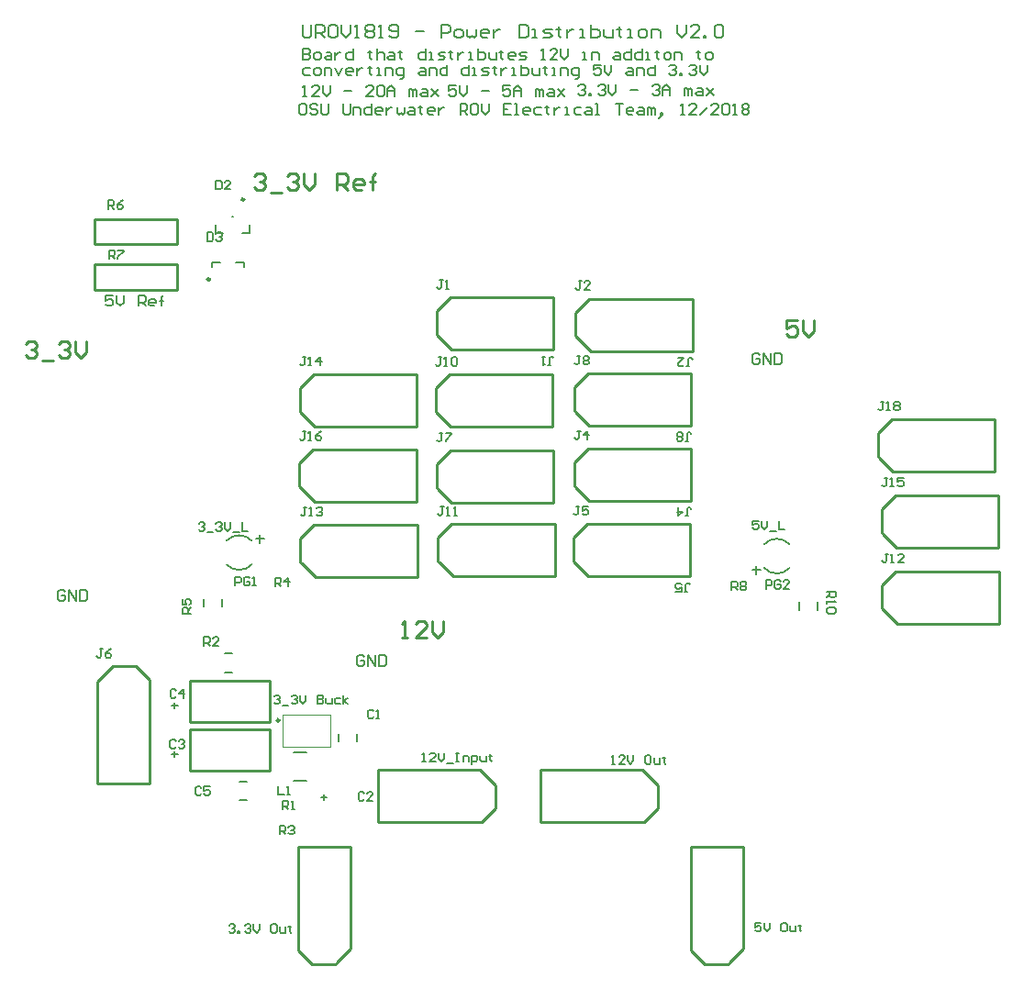
<source format=gto>
G04 Layer_Color=15132400*
%FSLAX24Y24*%
%MOIN*%
G70*
G01*
G75*
%ADD24C,0.0100*%
%ADD27C,0.0079*%
%ADD29C,0.0098*%
%ADD53C,0.0059*%
%ADD54C,0.0039*%
%ADD55C,0.0055*%
%ADD56C,0.0063*%
D24*
X16479Y31102D02*
G03*
X16479Y31102I-50J0D01*
G01*
X30215Y27896D02*
Y28746D01*
X30165Y28796D02*
X30215Y28746D01*
X29665Y29296D02*
X30165Y28796D01*
X27215Y29296D02*
X29665D01*
X29715Y27396D02*
X30215Y27896D01*
X29165Y27396D02*
X29715D01*
X25965Y28346D02*
Y29296D01*
X27215D01*
X25965Y27396D02*
X29165D01*
X25965D02*
Y28296D01*
X27165Y27396D02*
X27315D01*
X25965Y28296D02*
Y28346D01*
X24310Y27896D02*
Y28746D01*
X24260Y28796D02*
X24310Y28746D01*
X23760Y29296D02*
X24260Y28796D01*
X21310Y29296D02*
X23760D01*
X23810Y27396D02*
X24310Y27896D01*
X23260Y27396D02*
X23810D01*
X20060Y28346D02*
Y29296D01*
X21310D01*
X20060Y27396D02*
X23260D01*
X20060D02*
Y28296D01*
X21260Y27396D02*
X21410D01*
X20060Y28296D02*
Y28346D01*
X13230Y32541D02*
X16100D01*
X13230Y31041D02*
Y32541D01*
Y31041D02*
X16100D01*
X16130D02*
Y32541D01*
X13230Y30770D02*
X16100D01*
X13230Y29270D02*
Y30770D01*
Y29270D02*
X16100D01*
X16130D02*
Y30770D01*
X17660Y22245D02*
X18510D01*
X18560Y22295D01*
X19060Y22795D01*
Y25245D01*
X17160Y22745D02*
X17660Y22245D01*
X17160Y22745D02*
Y23295D01*
X18110Y26495D02*
X19060D01*
Y25245D02*
Y26495D01*
X17160Y23295D02*
Y26495D01*
X18060D01*
X17160Y25145D02*
Y25295D01*
X18060Y26495D02*
X18110D01*
X31932Y22245D02*
X32782D01*
X32832Y22295D01*
X33332Y22795D01*
Y25245D01*
X31432Y22745D02*
X31932Y22245D01*
X31432Y22745D02*
Y23295D01*
X32382Y26495D02*
X33332D01*
Y25245D02*
Y26495D01*
X31432Y23295D02*
Y26495D01*
X32332D01*
X31432Y25145D02*
Y25295D01*
X32332Y26495D02*
X32382D01*
X27226Y45072D02*
Y45922D01*
Y45072D02*
X27276Y45022D01*
X27776Y44522D01*
X30226D01*
X27226Y45922D02*
X27726Y46422D01*
X28276D01*
X31476Y44522D02*
Y45472D01*
X30226Y44522D02*
X31476D01*
X28276Y46422D02*
X31476D01*
Y45522D02*
Y46422D01*
X30126D02*
X30276D01*
X31476Y45472D02*
Y45522D01*
X22186Y45112D02*
Y45962D01*
Y45112D02*
X22236Y45062D01*
X22736Y44562D01*
X25186D01*
X22186Y45962D02*
X22686Y46462D01*
X23236D01*
X26436Y44562D02*
Y45512D01*
X25186Y44562D02*
X26436D01*
X23236Y46462D02*
X26436D01*
Y45562D02*
Y46462D01*
X25086D02*
X25236D01*
X26436Y45512D02*
Y45562D01*
X10417Y33070D02*
X11267D01*
X10367Y33020D02*
X10417Y33070D01*
X9867Y32520D02*
X10367Y33020D01*
X9867Y30070D02*
Y32520D01*
X11267Y33070D02*
X11767Y32570D01*
Y32020D02*
Y32570D01*
X9867Y28820D02*
X10817D01*
X9867D02*
Y30070D01*
X11767Y28820D02*
Y32020D01*
X10867Y28820D02*
X11767D01*
Y30020D02*
Y30170D01*
X10817Y28820D02*
X10867D01*
X27147Y36883D02*
Y37733D01*
Y36883D02*
X27197Y36833D01*
X27697Y36333D01*
X30147D01*
X27147Y37733D02*
X27647Y38233D01*
X28197D01*
X31397Y36333D02*
Y37283D01*
X30147Y36333D02*
X31397D01*
X28197Y38233D02*
X31397D01*
Y37333D02*
Y38233D01*
X30047D02*
X30197D01*
X31397Y37283D02*
Y37333D01*
X27186Y39639D02*
Y40489D01*
Y39639D02*
X27236Y39589D01*
X27736Y39089D01*
X30186D01*
X27186Y40489D02*
X27686Y40989D01*
X28236D01*
X31436Y39089D02*
Y40039D01*
X30186Y39089D02*
X31436D01*
X28236Y40989D02*
X31436D01*
Y40089D02*
Y40989D01*
X30086D02*
X30236D01*
X31436Y40039D02*
Y40089D01*
X27186Y42356D02*
Y43206D01*
Y42356D02*
X27236Y42306D01*
X27736Y41806D01*
X30186D01*
X27186Y43206D02*
X27686Y43706D01*
X28236D01*
X31436Y41806D02*
Y42756D01*
X30186Y41806D02*
X31436D01*
X28236Y43706D02*
X31436D01*
Y42806D02*
Y43706D01*
X30086D02*
X30236D01*
X31436Y42756D02*
Y42806D01*
X22186Y39561D02*
Y40411D01*
Y39561D02*
X22236Y39511D01*
X22736Y39011D01*
X25186D01*
X22186Y40411D02*
X22686Y40911D01*
X23236D01*
X26436Y39011D02*
Y39961D01*
X25186Y39011D02*
X26436D01*
X23236Y40911D02*
X26436D01*
Y40011D02*
Y40911D01*
X25086D02*
X25236D01*
X26436Y39961D02*
Y40011D01*
X22226Y36883D02*
Y37733D01*
Y36883D02*
X22276Y36833D01*
X22776Y36333D01*
X25226D01*
X22226Y37733D02*
X22726Y38233D01*
X23276D01*
X26476Y36333D02*
Y37283D01*
X25226Y36333D02*
X26476D01*
X23276Y38233D02*
X26476D01*
Y37333D02*
Y38233D01*
X25126D02*
X25276D01*
X26476Y37283D02*
Y37333D01*
X22147Y42317D02*
Y43167D01*
Y42317D02*
X22197Y42267D01*
X22697Y41767D01*
X25147D01*
X22147Y43167D02*
X22647Y43667D01*
X23197D01*
X26397Y41767D02*
Y42717D01*
X25147Y41767D02*
X26397D01*
X23197Y43667D02*
X26397D01*
Y42767D02*
Y43667D01*
X25047D02*
X25197D01*
X26397Y42717D02*
Y42767D01*
X17216Y42317D02*
Y43167D01*
Y42317D02*
X17266Y42267D01*
X17766Y41767D01*
X20216D01*
X17216Y43167D02*
X17716Y43667D01*
X18266D01*
X21466Y41767D02*
Y42717D01*
X20216Y41767D02*
X21466D01*
X18266Y43667D02*
X21466D01*
Y42767D02*
Y43667D01*
X20116D02*
X20266D01*
X21466Y42717D02*
Y42767D01*
X17235Y36854D02*
Y37704D01*
Y36854D02*
X17285Y36804D01*
X17785Y36304D01*
X20235D01*
X17235Y37704D02*
X17735Y38204D01*
X18285D01*
X21485Y36304D02*
Y37254D01*
X20235Y36304D02*
X21485D01*
X18285Y38204D02*
X21485D01*
Y37304D02*
Y38204D01*
X20135D02*
X20285D01*
X21485Y37254D02*
Y37304D01*
X17206Y39600D02*
Y40450D01*
Y39600D02*
X17256Y39550D01*
X17756Y39050D01*
X20206D01*
X17206Y40450D02*
X17706Y40950D01*
X18256D01*
X21456Y39050D02*
Y40000D01*
X20206Y39050D02*
X21456D01*
X18256Y40950D02*
X21456D01*
Y40050D02*
Y40950D01*
X20106D02*
X20256D01*
X21456Y40000D02*
Y40050D01*
X38357Y35171D02*
Y36021D01*
Y35171D02*
X38407Y35121D01*
X38907Y34621D01*
X41357D01*
X38357Y36021D02*
X38857Y36521D01*
X39407D01*
X42607Y34621D02*
Y35571D01*
X41357Y34621D02*
X42607D01*
X39407Y36521D02*
X42607D01*
Y35621D02*
Y36521D01*
X41257D02*
X41407D01*
X42607Y35571D02*
Y35621D01*
X38348Y37927D02*
Y38777D01*
Y37927D02*
X38398Y37877D01*
X38898Y37377D01*
X41348D01*
X38348Y38777D02*
X38848Y39277D01*
X39398D01*
X42598Y37377D02*
Y38327D01*
X41348Y37377D02*
X42598D01*
X39398Y39277D02*
X42598D01*
Y38377D02*
Y39277D01*
X41248D02*
X41398D01*
X42598Y38327D02*
Y38377D01*
X38220Y40693D02*
Y41543D01*
Y40693D02*
X38270Y40643D01*
X38770Y40143D01*
X41220D01*
X38220Y41543D02*
X38720Y42043D01*
X39270D01*
X42470Y40143D02*
Y41093D01*
X41220Y40143D02*
X42470D01*
X39270Y42043D02*
X42470D01*
Y41143D02*
Y42043D01*
X41120D02*
X41270D01*
X42470Y41093D02*
Y41143D01*
X9770Y48398D02*
X12770D01*
X9770D02*
Y49321D01*
X12770D01*
Y48398D02*
Y49321D01*
Y46745D02*
Y47667D01*
X9770D02*
X12770D01*
X9770Y46745D02*
Y47667D01*
Y46745D02*
X12770D01*
X7260Y44769D02*
X7359Y44869D01*
X7559D01*
X7659Y44769D01*
Y44669D01*
X7559Y44569D01*
X7459D01*
X7559D01*
X7659Y44469D01*
Y44369D01*
X7559Y44269D01*
X7359D01*
X7260Y44369D01*
X7859Y44169D02*
X8259D01*
X8459Y44769D02*
X8559Y44869D01*
X8759D01*
X8859Y44769D01*
Y44669D01*
X8759Y44569D01*
X8659D01*
X8759D01*
X8859Y44469D01*
Y44369D01*
X8759Y44269D01*
X8559D01*
X8459Y44369D01*
X9059Y44869D02*
Y44469D01*
X9259Y44269D01*
X9459Y44469D01*
Y44869D01*
X15567Y50878D02*
X15667Y50978D01*
X15867D01*
X15967Y50878D01*
Y50778D01*
X15867Y50678D01*
X15767D01*
X15867D01*
X15967Y50578D01*
Y50478D01*
X15867Y50378D01*
X15667D01*
X15567Y50478D01*
X16167Y50278D02*
X16567D01*
X16767Y50878D02*
X16867Y50978D01*
X17067D01*
X17167Y50878D01*
Y50778D01*
X17067Y50678D01*
X16967D01*
X17067D01*
X17167Y50578D01*
Y50478D01*
X17067Y50378D01*
X16867D01*
X16767Y50478D01*
X17367Y50978D02*
Y50578D01*
X17567Y50378D01*
X17766Y50578D01*
Y50978D01*
X18566Y50378D02*
Y50978D01*
X18866D01*
X18966Y50878D01*
Y50678D01*
X18866Y50578D01*
X18566D01*
X18766D02*
X18966Y50378D01*
X19466D02*
X19266D01*
X19166Y50478D01*
Y50678D01*
X19266Y50778D01*
X19466D01*
X19566Y50678D01*
Y50578D01*
X19166D01*
X19866Y50378D02*
Y50878D01*
Y50678D01*
X19766D01*
X19966D01*
X19866D01*
Y50878D01*
X19966Y50978D01*
X35278Y45645D02*
X34879D01*
Y45345D01*
X35079Y45445D01*
X35178D01*
X35278Y45345D01*
Y45145D01*
X35178Y45045D01*
X34979D01*
X34879Y45145D01*
X35478Y45645D02*
Y45245D01*
X35678Y45045D01*
X35878Y45245D01*
Y45645D01*
X20917Y34104D02*
X21117D01*
X21017D01*
Y34704D01*
X20917Y34604D01*
X21817Y34104D02*
X21417D01*
X21817Y34504D01*
Y34604D01*
X21717Y34704D01*
X21517D01*
X21417Y34604D01*
X22017Y34704D02*
Y34304D01*
X22217Y34104D01*
X22416Y34304D01*
Y34704D01*
D27*
X14478Y33524D02*
X14754D01*
X14478Y32854D02*
X14754D01*
X18632Y30344D02*
Y30620D01*
X19301Y30344D02*
Y30620D01*
X15020Y28209D02*
X15295D01*
X15020Y28878D02*
X15295D01*
X36014Y35118D02*
Y35394D01*
X35344Y35118D02*
Y35394D01*
X14380Y35236D02*
Y35512D01*
X13711Y35236D02*
Y35512D01*
X14016Y47589D02*
Y47746D01*
X14331D01*
X15197Y47589D02*
Y47746D01*
X14882D02*
X15197D01*
X15128Y48809D02*
X15388D01*
Y49104D01*
X14159Y48809D02*
Y49104D01*
X14754Y49400D02*
X14793D01*
X14159Y48809D02*
X14419D01*
X16988Y29941D02*
X17461D01*
X16988Y28917D02*
X17461D01*
X17323Y56378D02*
Y55984D01*
X17402Y55906D01*
X17559D01*
X17638Y55984D01*
Y56378D01*
X17795Y55906D02*
Y56378D01*
X18031D01*
X18110Y56299D01*
Y56142D01*
X18031Y56063D01*
X17795D01*
X17953D02*
X18110Y55906D01*
X18504Y56378D02*
X18346D01*
X18267Y56299D01*
Y55984D01*
X18346Y55906D01*
X18504D01*
X18582Y55984D01*
Y56299D01*
X18504Y56378D01*
X18740D02*
Y56063D01*
X18897Y55906D01*
X19055Y56063D01*
Y56378D01*
X19212Y55906D02*
X19369D01*
X19291D01*
Y56378D01*
X19212Y56299D01*
X19606D02*
X19684Y56378D01*
X19842D01*
X19920Y56299D01*
Y56220D01*
X19842Y56142D01*
X19920Y56063D01*
Y55984D01*
X19842Y55906D01*
X19684D01*
X19606Y55984D01*
Y56063D01*
X19684Y56142D01*
X19606Y56220D01*
Y56299D01*
X19684Y56142D02*
X19842D01*
X20078Y55906D02*
X20235D01*
X20157D01*
Y56378D01*
X20078Y56299D01*
X20471Y55984D02*
X20550Y55906D01*
X20708D01*
X20786Y55984D01*
Y56299D01*
X20708Y56378D01*
X20550D01*
X20471Y56299D01*
Y56220D01*
X20550Y56142D01*
X20786D01*
X21416D02*
X21731D01*
X22361Y55906D02*
Y56378D01*
X22597D01*
X22675Y56299D01*
Y56142D01*
X22597Y56063D01*
X22361D01*
X22912Y55906D02*
X23069D01*
X23148Y55984D01*
Y56142D01*
X23069Y56220D01*
X22912D01*
X22833Y56142D01*
Y55984D01*
X22912Y55906D01*
X23305Y56220D02*
Y55984D01*
X23384Y55906D01*
X23463Y55984D01*
X23541Y55906D01*
X23620Y55984D01*
Y56220D01*
X24014Y55906D02*
X23856D01*
X23777Y55984D01*
Y56142D01*
X23856Y56220D01*
X24014D01*
X24092Y56142D01*
Y56063D01*
X23777D01*
X24250Y56220D02*
Y55906D01*
Y56063D01*
X24328Y56142D01*
X24407Y56220D01*
X24486D01*
X25194Y56378D02*
Y55906D01*
X25430D01*
X25509Y55984D01*
Y56299D01*
X25430Y56378D01*
X25194D01*
X25667Y55906D02*
X25824D01*
X25745D01*
Y56220D01*
X25667D01*
X26060Y55906D02*
X26296D01*
X26375Y55984D01*
X26296Y56063D01*
X26139D01*
X26060Y56142D01*
X26139Y56220D01*
X26375D01*
X26611Y56299D02*
Y56220D01*
X26532D01*
X26690D01*
X26611D01*
Y55984D01*
X26690Y55906D01*
X26926Y56220D02*
Y55906D01*
Y56063D01*
X27005Y56142D01*
X27083Y56220D01*
X27162D01*
X27398Y55906D02*
X27556D01*
X27477D01*
Y56220D01*
X27398D01*
X27792Y56378D02*
Y55906D01*
X28028D01*
X28107Y55984D01*
Y56063D01*
Y56142D01*
X28028Y56220D01*
X27792D01*
X28264D02*
Y55984D01*
X28343Y55906D01*
X28579D01*
Y56220D01*
X28815Y56299D02*
Y56220D01*
X28736D01*
X28894D01*
X28815D01*
Y55984D01*
X28894Y55906D01*
X29130D02*
X29287D01*
X29209D01*
Y56220D01*
X29130D01*
X29602Y55906D02*
X29760D01*
X29838Y55984D01*
Y56142D01*
X29760Y56220D01*
X29602D01*
X29524Y56142D01*
Y55984D01*
X29602Y55906D01*
X29996D02*
Y56220D01*
X30232D01*
X30311Y56142D01*
Y55906D01*
X30940Y56378D02*
Y56063D01*
X31098Y55906D01*
X31255Y56063D01*
Y56378D01*
X31728Y55906D02*
X31413D01*
X31728Y56220D01*
Y56299D01*
X31649Y56378D01*
X31491D01*
X31413Y56299D01*
X31885Y55906D02*
Y55984D01*
X31964D01*
Y55906D01*
X31885D01*
X32279Y56299D02*
X32357Y56378D01*
X32515D01*
X32593Y56299D01*
Y55984D01*
X32515Y55906D01*
X32357D01*
X32279Y55984D01*
Y56299D01*
D29*
X13947Y47116D02*
G03*
X13947Y47116I-49J0D01*
G01*
X15197Y50030D02*
G03*
X15197Y50030I-49J0D01*
G01*
D53*
X15473Y37624D02*
G03*
X14551Y37624I-461J-430D01*
G01*
Y36765D02*
G03*
X15473Y36765I461J430D01*
G01*
X34085Y36637D02*
G03*
X35006Y36637I461J430D01*
G01*
Y37497D02*
G03*
X34085Y37497I-461J-430D01*
G01*
X15762Y37545D02*
Y37845D01*
X15612Y37695D02*
X15912D01*
X33795Y36417D02*
Y36717D01*
X33645Y36567D02*
X33945D01*
X36368Y35768D02*
X36683D01*
Y35610D01*
X36630Y35558D01*
X36526D01*
X36473Y35610D01*
Y35768D01*
Y35663D02*
X36368Y35558D01*
Y35453D02*
Y35348D01*
Y35400D01*
X36683D01*
X36630Y35453D01*
Y35190D02*
X36683Y35138D01*
Y35033D01*
X36630Y34981D01*
X36421D01*
X36368Y35033D01*
Y35138D01*
X36421Y35190D01*
X36630D01*
X32904Y35829D02*
Y36144D01*
X33061D01*
X33114Y36091D01*
Y35986D01*
X33061Y35934D01*
X32904D01*
X33009D02*
X33114Y35829D01*
X33219Y36091D02*
X33271Y36144D01*
X33376D01*
X33429Y36091D01*
Y36039D01*
X33376Y35986D01*
X33429Y35934D01*
Y35881D01*
X33376Y35829D01*
X33271D01*
X33219Y35881D01*
Y35934D01*
X33271Y35986D01*
X33219Y36039D01*
Y36091D01*
X33271Y35986D02*
X33376D01*
X10285Y47874D02*
Y48189D01*
X10443D01*
X10495Y48136D01*
Y48031D01*
X10443Y47979D01*
X10285D01*
X10390D02*
X10495Y47874D01*
X10600Y48189D02*
X10810D01*
Y48136D01*
X10600Y47926D01*
Y47874D01*
X10261Y49685D02*
Y50000D01*
X10418D01*
X10471Y49948D01*
Y49843D01*
X10418Y49790D01*
X10261D01*
X10366D02*
X10471Y49685D01*
X10785Y50000D02*
X10681Y49948D01*
X10576Y49843D01*
Y49738D01*
X10628Y49685D01*
X10733D01*
X10785Y49738D01*
Y49790D01*
X10733Y49843D01*
X10576D01*
X13258Y34980D02*
X12943D01*
Y35138D01*
X12995Y35190D01*
X13100D01*
X13153Y35138D01*
Y34980D01*
Y35085D02*
X13258Y35190D01*
X12943Y35505D02*
Y35295D01*
X13100D01*
X13048Y35400D01*
Y35453D01*
X13100Y35505D01*
X13205D01*
X13258Y35453D01*
Y35348D01*
X13205Y35295D01*
X16320Y35967D02*
Y36282D01*
X16478D01*
X16530Y36230D01*
Y36125D01*
X16478Y36072D01*
X16320D01*
X16425D02*
X16530Y35967D01*
X16792D02*
Y36282D01*
X16635Y36125D01*
X16845D01*
X16486Y26959D02*
Y27274D01*
X16644D01*
X16696Y27221D01*
Y27116D01*
X16644Y27064D01*
X16486D01*
X16591D02*
X16696Y26959D01*
X16801Y27221D02*
X16854Y27274D01*
X16959D01*
X17011Y27221D01*
Y27169D01*
X16959Y27116D01*
X16906D01*
X16959D01*
X17011Y27064D01*
Y27011D01*
X16959Y26959D01*
X16854D01*
X16801Y27011D01*
X13740Y33809D02*
Y34124D01*
X13898D01*
X13950Y34071D01*
Y33966D01*
X13898Y33914D01*
X13740D01*
X13845D02*
X13950Y33809D01*
X14265D02*
X14055D01*
X14265Y34019D01*
Y34071D01*
X14212Y34124D01*
X14107D01*
X14055Y34071D01*
X16594Y27874D02*
Y28189D01*
X16752D01*
X16804Y28136D01*
Y28031D01*
X16752Y27979D01*
X16594D01*
X16699D02*
X16804Y27874D01*
X16909D02*
X17014D01*
X16962D01*
Y28189D01*
X16909Y28136D01*
X34154Y35886D02*
Y36201D01*
X34311D01*
X34363Y36148D01*
Y36043D01*
X34311Y35991D01*
X34154D01*
X34678Y36148D02*
X34626Y36201D01*
X34521D01*
X34468Y36148D01*
Y35938D01*
X34521Y35886D01*
X34626D01*
X34678Y35938D01*
Y36043D01*
X34573D01*
X34993Y35886D02*
X34783D01*
X34993Y36096D01*
Y36148D01*
X34941Y36201D01*
X34836D01*
X34783Y36148D01*
X14872Y35994D02*
Y36308D01*
X15029D01*
X15082Y36256D01*
Y36151D01*
X15029Y36098D01*
X14872D01*
X15397Y36256D02*
X15344Y36308D01*
X15239D01*
X15187Y36256D01*
Y36046D01*
X15239Y35994D01*
X15344D01*
X15397Y36046D01*
Y36151D01*
X15292D01*
X15502Y35994D02*
X15607D01*
X15554D01*
Y36308D01*
X15502Y36256D01*
X38435Y42681D02*
X38330D01*
X38382D01*
Y42418D01*
X38330Y42366D01*
X38277D01*
X38225Y42418D01*
X38540Y42366D02*
X38645D01*
X38592D01*
Y42681D01*
X38540Y42628D01*
X38802D02*
X38855Y42681D01*
X38959D01*
X39012Y42628D01*
Y42576D01*
X38959Y42523D01*
X39012Y42471D01*
Y42418D01*
X38959Y42366D01*
X38855D01*
X38802Y42418D01*
Y42471D01*
X38855Y42523D01*
X38802Y42576D01*
Y42628D01*
X38855Y42523D02*
X38959D01*
X28553Y29518D02*
X28658D01*
X28606D01*
Y29833D01*
X28553Y29780D01*
X29025Y29518D02*
X28816D01*
X29025Y29728D01*
Y29780D01*
X28973Y29833D01*
X28868D01*
X28816Y29780D01*
X29130Y29833D02*
Y29623D01*
X29235Y29518D01*
X29340Y29623D01*
Y29833D01*
X29918D02*
X29813D01*
X29760Y29780D01*
Y29570D01*
X29813Y29518D01*
X29918D01*
X29970Y29570D01*
Y29780D01*
X29918Y29833D01*
X30075Y29728D02*
Y29570D01*
X30127Y29518D01*
X30285D01*
Y29728D01*
X30442Y29780D02*
Y29728D01*
X30390D01*
X30495D01*
X30442D01*
Y29570D01*
X30495Y29518D01*
X17428Y41592D02*
X17323D01*
X17376D01*
Y41329D01*
X17323Y41277D01*
X17271D01*
X17218Y41329D01*
X17533Y41277D02*
X17638D01*
X17586D01*
Y41592D01*
X17533Y41539D01*
X18005Y41592D02*
X17901Y41539D01*
X17796Y41434D01*
Y41329D01*
X17848Y41277D01*
X17953D01*
X18005Y41329D01*
Y41382D01*
X17953Y41434D01*
X17796D01*
X38568Y39917D02*
X38463D01*
X38515D01*
Y39655D01*
X38463Y39603D01*
X38410D01*
X38358Y39655D01*
X38673Y39603D02*
X38778D01*
X38725D01*
Y39917D01*
X38673Y39865D01*
X39145Y39917D02*
X38935D01*
Y39760D01*
X39040Y39813D01*
X39092D01*
X39145Y39760D01*
Y39655D01*
X39092Y39603D01*
X38988D01*
X38935Y39655D01*
X17430Y44306D02*
X17325D01*
X17377D01*
Y44044D01*
X17325Y43991D01*
X17272D01*
X17220Y44044D01*
X17535Y43991D02*
X17640D01*
X17587D01*
Y44306D01*
X17535Y44254D01*
X17955Y43991D02*
Y44306D01*
X17797Y44149D01*
X18007D01*
X17452Y38843D02*
X17347D01*
X17400D01*
Y38580D01*
X17347Y38528D01*
X17295D01*
X17242Y38580D01*
X17557Y38528D02*
X17662D01*
X17609D01*
Y38843D01*
X17557Y38790D01*
X17819D02*
X17872Y38843D01*
X17977D01*
X18029Y38790D01*
Y38738D01*
X17977Y38685D01*
X17924D01*
X17977D01*
X18029Y38633D01*
Y38580D01*
X17977Y38528D01*
X17872D01*
X17819Y38580D01*
X38580Y37155D02*
X38475D01*
X38527D01*
Y36892D01*
X38475Y36840D01*
X38422D01*
X38370Y36892D01*
X38685Y36840D02*
X38790D01*
X38737D01*
Y37155D01*
X38685Y37102D01*
X39157Y36840D02*
X38947D01*
X39157Y37050D01*
Y37102D01*
X39105Y37155D01*
X39000D01*
X38947Y37102D01*
X22445Y38866D02*
X22340D01*
X22393D01*
Y38604D01*
X22340Y38551D01*
X22288D01*
X22235Y38604D01*
X22550Y38551D02*
X22655D01*
X22603D01*
Y38866D01*
X22550Y38814D01*
X22813Y38551D02*
X22918D01*
X22865D01*
Y38866D01*
X22813Y38814D01*
X22361Y44301D02*
X22256D01*
X22309D01*
Y44039D01*
X22256Y43987D01*
X22204D01*
X22151Y44039D01*
X22466Y43987D02*
X22571D01*
X22518D01*
Y44301D01*
X22466Y44249D01*
X22728D02*
X22781Y44301D01*
X22886D01*
X22938Y44249D01*
Y44039D01*
X22886Y43987D01*
X22781D01*
X22728Y44039D01*
Y44249D01*
X33970Y23740D02*
X33760D01*
Y23583D01*
X33865Y23635D01*
X33917D01*
X33970Y23583D01*
Y23478D01*
X33917Y23425D01*
X33812D01*
X33760Y23478D01*
X34075Y23740D02*
Y23530D01*
X34180Y23425D01*
X34285Y23530D01*
Y23740D01*
X34862D02*
X34757D01*
X34704Y23688D01*
Y23478D01*
X34757Y23425D01*
X34862D01*
X34914Y23478D01*
Y23688D01*
X34862Y23740D01*
X35019Y23635D02*
Y23478D01*
X35072Y23425D01*
X35229D01*
Y23635D01*
X35387Y23688D02*
Y23635D01*
X35334D01*
X35439D01*
X35387D01*
Y23478D01*
X35439Y23425D01*
X27406Y44339D02*
X27301D01*
X27354D01*
Y44076D01*
X27301Y44024D01*
X27249D01*
X27196Y44076D01*
X27511Y44286D02*
X27563Y44339D01*
X27668D01*
X27721Y44286D01*
Y44234D01*
X27668Y44181D01*
X27721Y44129D01*
Y44076D01*
X27668Y44024D01*
X27563D01*
X27511Y44076D01*
Y44129D01*
X27563Y44181D01*
X27511Y44234D01*
Y44286D01*
X27563Y44181D02*
X27668D01*
X22404Y41544D02*
X22299D01*
X22351D01*
Y41281D01*
X22299Y41229D01*
X22246D01*
X22194Y41281D01*
X22509Y41544D02*
X22718D01*
Y41491D01*
X22509Y41281D01*
Y41229D01*
X10047Y33696D02*
X9943D01*
X9995D01*
Y33434D01*
X9943Y33381D01*
X9890D01*
X9838Y33434D01*
X10362Y33696D02*
X10257Y33644D01*
X10152Y33539D01*
Y33434D01*
X10205Y33381D01*
X10310D01*
X10362Y33434D01*
Y33486D01*
X10310Y33539D01*
X10152D01*
X27369Y38872D02*
X27264D01*
X27316D01*
Y38610D01*
X27264Y38558D01*
X27211D01*
X27159Y38610D01*
X27684Y38872D02*
X27474D01*
Y38715D01*
X27579Y38768D01*
X27631D01*
X27684Y38715D01*
Y38610D01*
X27631Y38558D01*
X27526D01*
X27474Y38610D01*
X27407Y41622D02*
X27302D01*
X27354D01*
Y41360D01*
X27302Y41307D01*
X27249D01*
X27197Y41360D01*
X27669Y41307D02*
Y41622D01*
X27511Y41465D01*
X27721D01*
X14646Y23648D02*
X14698Y23701D01*
X14803D01*
X14856Y23648D01*
Y23596D01*
X14803Y23543D01*
X14751D01*
X14803D01*
X14856Y23491D01*
Y23438D01*
X14803Y23386D01*
X14698D01*
X14646Y23438D01*
X14961Y23386D02*
Y23438D01*
X15013D01*
Y23386D01*
X14961D01*
X15223Y23648D02*
X15275Y23701D01*
X15380D01*
X15433Y23648D01*
Y23596D01*
X15380Y23543D01*
X15328D01*
X15380D01*
X15433Y23491D01*
Y23438D01*
X15380Y23386D01*
X15275D01*
X15223Y23438D01*
X15538Y23701D02*
Y23491D01*
X15643Y23386D01*
X15748Y23491D01*
Y23701D01*
X16325D02*
X16220D01*
X16167Y23648D01*
Y23438D01*
X16220Y23386D01*
X16325D01*
X16377Y23438D01*
Y23648D01*
X16325Y23701D01*
X16482Y23596D02*
Y23438D01*
X16535Y23386D01*
X16692D01*
Y23596D01*
X16850Y23648D02*
Y23596D01*
X16797D01*
X16902D01*
X16850D01*
Y23438D01*
X16902Y23386D01*
X27445Y47063D02*
X27341D01*
X27393D01*
Y46801D01*
X27341Y46748D01*
X27288D01*
X27236Y46801D01*
X27760Y46748D02*
X27550D01*
X27760Y46958D01*
Y47011D01*
X27708Y47063D01*
X27603D01*
X27550Y47011D01*
X22408Y47098D02*
X22303D01*
X22356D01*
Y46835D01*
X22303Y46783D01*
X22251D01*
X22198Y46835D01*
X22513Y46783D02*
X22618D01*
X22565D01*
Y47098D01*
X22513Y47045D01*
X33880Y38355D02*
X33670D01*
Y38197D01*
X33775Y38250D01*
X33827D01*
X33880Y38197D01*
Y38092D01*
X33827Y38040D01*
X33722D01*
X33670Y38092D01*
X33985Y38355D02*
Y38145D01*
X34090Y38040D01*
X34195Y38145D01*
Y38355D01*
X34300Y37988D02*
X34510D01*
X34615Y38355D02*
Y38040D01*
X34824D01*
X13858Y48826D02*
Y48511D01*
X14015D01*
X14068Y48563D01*
Y48773D01*
X14015Y48826D01*
X13858D01*
X14173Y48773D02*
X14225Y48826D01*
X14330D01*
X14382Y48773D01*
Y48721D01*
X14330Y48668D01*
X14277D01*
X14330D01*
X14382Y48616D01*
Y48563D01*
X14330Y48511D01*
X14225D01*
X14173Y48563D01*
X14170Y50705D02*
Y50391D01*
X14327D01*
X14380Y50443D01*
Y50653D01*
X14327Y50705D01*
X14170D01*
X14695Y50391D02*
X14485D01*
X14695Y50600D01*
Y50653D01*
X14642Y50705D01*
X14537D01*
X14485Y50653D01*
X13543Y38245D02*
X13596Y38297D01*
X13701D01*
X13753Y38245D01*
Y38192D01*
X13701Y38140D01*
X13648D01*
X13701D01*
X13753Y38087D01*
Y38035D01*
X13701Y37982D01*
X13596D01*
X13543Y38035D01*
X13858Y37930D02*
X14068D01*
X14173Y38245D02*
X14225Y38297D01*
X14330D01*
X14383Y38245D01*
Y38192D01*
X14330Y38140D01*
X14278D01*
X14330D01*
X14383Y38087D01*
Y38035D01*
X14330Y37982D01*
X14225D01*
X14173Y38035D01*
X14488Y38297D02*
Y38087D01*
X14593Y37982D01*
X14698Y38087D01*
Y38297D01*
X14803Y37930D02*
X15013D01*
X15118Y38297D02*
Y37982D01*
X15328D01*
X13635Y28638D02*
X13583Y28691D01*
X13478D01*
X13425Y28638D01*
Y28428D01*
X13478Y28376D01*
X13583D01*
X13635Y28428D01*
X13950Y28691D02*
X13740D01*
Y28533D01*
X13845Y28586D01*
X13897D01*
X13950Y28533D01*
Y28428D01*
X13897Y28376D01*
X13793D01*
X13740Y28428D01*
X12720Y32182D02*
X12667Y32234D01*
X12562D01*
X12510Y32182D01*
Y31972D01*
X12562Y31919D01*
X12667D01*
X12720Y31972D01*
X12982Y31919D02*
Y32234D01*
X12825Y32077D01*
X13035D01*
X12710Y30351D02*
X12657Y30403D01*
X12552D01*
X12500Y30351D01*
Y30141D01*
X12552Y30089D01*
X12657D01*
X12710Y30141D01*
X12815Y30351D02*
X12867Y30403D01*
X12972D01*
X13025Y30351D01*
Y30298D01*
X12972Y30246D01*
X12920D01*
X12972D01*
X13025Y30194D01*
Y30141D01*
X12972Y30089D01*
X12867D01*
X12815Y30141D01*
X19550Y28451D02*
X19498Y28504D01*
X19393D01*
X19341Y28451D01*
Y28241D01*
X19393Y28189D01*
X19498D01*
X19550Y28241D01*
X19865Y28189D02*
X19655D01*
X19865Y28399D01*
Y28451D01*
X19813Y28504D01*
X19708D01*
X19655Y28451D01*
X19895Y31434D02*
X19842Y31486D01*
X19738D01*
X19685Y31434D01*
Y31224D01*
X19738Y31171D01*
X19842D01*
X19895Y31224D01*
X20000Y31171D02*
X20105D01*
X20052D01*
Y31486D01*
X20000Y31434D01*
X21673Y29606D02*
X21778D01*
X21726D01*
Y29921D01*
X21673Y29869D01*
X22146Y29606D02*
X21936D01*
X22146Y29816D01*
Y29869D01*
X22093Y29921D01*
X21988D01*
X21936Y29869D01*
X22250Y29921D02*
Y29711D01*
X22355Y29606D01*
X22460Y29711D01*
Y29921D01*
X22565Y29554D02*
X22775D01*
X22880Y29921D02*
X22985D01*
X22933D01*
Y29606D01*
X22880D01*
X22985D01*
X23143D02*
Y29816D01*
X23300D01*
X23352Y29764D01*
Y29606D01*
X23457Y29501D02*
Y29816D01*
X23615D01*
X23667Y29764D01*
Y29659D01*
X23615Y29606D01*
X23457D01*
X23772Y29816D02*
Y29659D01*
X23825Y29606D01*
X23982D01*
Y29816D01*
X24140Y29869D02*
Y29816D01*
X24087D01*
X24192D01*
X24140D01*
Y29659D01*
X24192Y29606D01*
X16280Y31965D02*
X16332Y32018D01*
X16437D01*
X16489Y31965D01*
Y31913D01*
X16437Y31860D01*
X16384D01*
X16437D01*
X16489Y31808D01*
Y31755D01*
X16437Y31703D01*
X16332D01*
X16280Y31755D01*
X16594Y31650D02*
X16804D01*
X16909Y31965D02*
X16962Y32018D01*
X17067D01*
X17119Y31965D01*
Y31913D01*
X17067Y31860D01*
X17014D01*
X17067D01*
X17119Y31808D01*
Y31755D01*
X17067Y31703D01*
X16962D01*
X16909Y31755D01*
X17224Y32018D02*
Y31808D01*
X17329Y31703D01*
X17434Y31808D01*
Y32018D01*
X17854D02*
Y31703D01*
X18011D01*
X18064Y31755D01*
Y31808D01*
X18011Y31860D01*
X17854D01*
X18011D01*
X18064Y31913D01*
Y31965D01*
X18011Y32018D01*
X17854D01*
X18169Y31913D02*
Y31755D01*
X18221Y31703D01*
X18379D01*
Y31913D01*
X18693D02*
X18536D01*
X18484Y31860D01*
Y31755D01*
X18536Y31703D01*
X18693D01*
X18798D02*
Y32018D01*
Y31808D02*
X18956Y31913D01*
X18798Y31808D02*
X18956Y31703D01*
X16437Y28711D02*
Y28396D01*
X16647D01*
X16752D02*
X16857D01*
X16804D01*
Y28711D01*
X16752Y28658D01*
X18199Y28300D02*
X17989D01*
X18094Y28195D02*
Y28405D01*
X12565Y31649D02*
X12775D01*
X12670Y31754D02*
Y31544D01*
X12565Y29877D02*
X12775D01*
X12670Y29982D02*
Y29772D01*
X31266Y43958D02*
X31371D01*
X31318D01*
Y44220D01*
X31371Y44272D01*
X31423D01*
X31476Y44220D01*
X30951Y44272D02*
X31161D01*
X30951Y44063D01*
Y44010D01*
X31003Y43958D01*
X31108D01*
X31161Y44010D01*
X26226Y43997D02*
X26331D01*
X26279D01*
Y44259D01*
X26331Y44312D01*
X26384D01*
X26436Y44259D01*
X26121Y44312D02*
X26016D01*
X26069D01*
Y43997D01*
X26121Y44049D01*
X31187Y35769D02*
X31292D01*
X31239D01*
Y36031D01*
X31292Y36083D01*
X31344D01*
X31397Y36031D01*
X30872Y35769D02*
X31082D01*
Y35926D01*
X30977Y35874D01*
X30925D01*
X30872Y35926D01*
Y36031D01*
X30925Y36083D01*
X31030D01*
X31082Y36031D01*
X31226Y38525D02*
X31331D01*
X31279D01*
Y38787D01*
X31331Y38839D01*
X31384D01*
X31436Y38787D01*
X30964Y38839D02*
Y38525D01*
X31121Y38682D01*
X30911D01*
X31226Y41241D02*
X31331D01*
X31279D01*
Y41503D01*
X31331Y41556D01*
X31384D01*
X31436Y41503D01*
X31121Y41294D02*
X31069Y41241D01*
X30964D01*
X30911Y41294D01*
Y41346D01*
X30964Y41398D01*
X30911Y41451D01*
Y41503D01*
X30964Y41556D01*
X31069D01*
X31121Y41503D01*
Y41451D01*
X31069Y41398D01*
X31121Y41346D01*
Y41294D01*
X31069Y41398D02*
X30964D01*
X19554Y33399D02*
X19488Y33464D01*
X19357D01*
X19291Y33399D01*
Y33136D01*
X19357Y33071D01*
X19488D01*
X19554Y33136D01*
Y33268D01*
X19423D01*
X19685Y33071D02*
Y33464D01*
X19947Y33071D01*
Y33464D01*
X20078D02*
Y33071D01*
X20275D01*
X20341Y33136D01*
Y33399D01*
X20275Y33464D01*
X20078D01*
X8688Y35761D02*
X8622Y35827D01*
X8491D01*
X8425Y35761D01*
Y35499D01*
X8491Y35433D01*
X8622D01*
X8688Y35499D01*
Y35630D01*
X8556D01*
X8819Y35433D02*
Y35827D01*
X9081Y35433D01*
Y35827D01*
X9212D02*
Y35433D01*
X9409D01*
X9475Y35499D01*
Y35761D01*
X9409Y35827D01*
X9212D01*
X33924Y44383D02*
X33858Y44449D01*
X33727D01*
X33661Y44383D01*
Y44121D01*
X33727Y44055D01*
X33858D01*
X33924Y44121D01*
Y44252D01*
X33793D01*
X34055Y44055D02*
Y44449D01*
X34317Y44055D01*
Y44449D01*
X34449D02*
Y44055D01*
X34645D01*
X34711Y44121D01*
Y44383D01*
X34645Y44449D01*
X34449D01*
D54*
X16585Y30138D02*
Y31299D01*
Y30138D02*
X18238D01*
X18248D02*
X18307D01*
Y31250D01*
Y31299D01*
X16585D02*
X18307D01*
D55*
X10428Y46549D02*
X10166D01*
Y46352D01*
X10297Y46418D01*
X10362D01*
X10428Y46352D01*
Y46221D01*
X10362Y46156D01*
X10231D01*
X10166Y46221D01*
X10559Y46549D02*
Y46287D01*
X10690Y46156D01*
X10821Y46287D01*
Y46549D01*
X11346Y46156D02*
Y46549D01*
X11543D01*
X11609Y46484D01*
Y46352D01*
X11543Y46287D01*
X11346D01*
X11477D02*
X11609Y46156D01*
X11937D02*
X11805D01*
X11740Y46221D01*
Y46352D01*
X11805Y46418D01*
X11937D01*
X12002Y46352D01*
Y46287D01*
X11740D01*
X12199Y46156D02*
Y46484D01*
Y46352D01*
X12133D01*
X12265D01*
X12199D01*
Y46484D01*
X12265Y46549D01*
D56*
X17323Y55512D02*
Y55118D01*
X17520D01*
X17585Y55184D01*
Y55249D01*
X17520Y55315D01*
X17323D01*
X17520D01*
X17585Y55380D01*
Y55446D01*
X17520Y55512D01*
X17323D01*
X17782Y55118D02*
X17913D01*
X17979Y55184D01*
Y55315D01*
X17913Y55380D01*
X17782D01*
X17716Y55315D01*
Y55184D01*
X17782Y55118D01*
X18176Y55380D02*
X18307D01*
X18372Y55315D01*
Y55118D01*
X18176D01*
X18110Y55184D01*
X18176Y55249D01*
X18372D01*
X18504Y55380D02*
Y55118D01*
Y55249D01*
X18569Y55315D01*
X18635Y55380D01*
X18700D01*
X19160Y55512D02*
Y55118D01*
X18963D01*
X18897Y55184D01*
Y55315D01*
X18963Y55380D01*
X19160D01*
X19750Y55446D02*
Y55380D01*
X19684D01*
X19815D01*
X19750D01*
Y55184D01*
X19815Y55118D01*
X20012Y55512D02*
Y55118D01*
Y55315D01*
X20078Y55380D01*
X20209D01*
X20275Y55315D01*
Y55118D01*
X20471Y55380D02*
X20603D01*
X20668Y55315D01*
Y55118D01*
X20471D01*
X20406Y55184D01*
X20471Y55249D01*
X20668D01*
X20865Y55446D02*
Y55380D01*
X20799D01*
X20931D01*
X20865D01*
Y55184D01*
X20931Y55118D01*
X21783Y55512D02*
Y55118D01*
X21587D01*
X21521Y55184D01*
Y55315D01*
X21587Y55380D01*
X21783D01*
X21915Y55118D02*
X22046D01*
X21980D01*
Y55380D01*
X21915D01*
X22243Y55118D02*
X22439D01*
X22505Y55184D01*
X22439Y55249D01*
X22308D01*
X22243Y55315D01*
X22308Y55380D01*
X22505D01*
X22702Y55446D02*
Y55380D01*
X22636D01*
X22767D01*
X22702D01*
Y55184D01*
X22767Y55118D01*
X22964Y55380D02*
Y55118D01*
Y55249D01*
X23030Y55315D01*
X23095Y55380D01*
X23161D01*
X23358Y55118D02*
X23489D01*
X23423D01*
Y55380D01*
X23358D01*
X23686Y55512D02*
Y55118D01*
X23882D01*
X23948Y55184D01*
Y55249D01*
Y55315D01*
X23882Y55380D01*
X23686D01*
X24079D02*
Y55184D01*
X24145Y55118D01*
X24342D01*
Y55380D01*
X24538Y55446D02*
Y55380D01*
X24473D01*
X24604D01*
X24538D01*
Y55184D01*
X24604Y55118D01*
X24998D02*
X24866D01*
X24801Y55184D01*
Y55315D01*
X24866Y55380D01*
X24998D01*
X25063Y55315D01*
Y55249D01*
X24801D01*
X25194Y55118D02*
X25391D01*
X25457Y55184D01*
X25391Y55249D01*
X25260D01*
X25194Y55315D01*
X25260Y55380D01*
X25457D01*
X25981Y55118D02*
X26113D01*
X26047D01*
Y55512D01*
X25981Y55446D01*
X26572Y55118D02*
X26309D01*
X26572Y55380D01*
Y55446D01*
X26506Y55512D01*
X26375D01*
X26309Y55446D01*
X26703Y55512D02*
Y55249D01*
X26834Y55118D01*
X26965Y55249D01*
Y55512D01*
X27490Y55118D02*
X27621D01*
X27556D01*
Y55380D01*
X27490D01*
X27818Y55118D02*
Y55380D01*
X28015D01*
X28081Y55315D01*
Y55118D01*
X28671Y55380D02*
X28802D01*
X28868Y55315D01*
Y55118D01*
X28671D01*
X28605Y55184D01*
X28671Y55249D01*
X28868D01*
X29261Y55512D02*
Y55118D01*
X29064D01*
X28999Y55184D01*
Y55315D01*
X29064Y55380D01*
X29261D01*
X29655Y55512D02*
Y55118D01*
X29458D01*
X29392Y55184D01*
Y55315D01*
X29458Y55380D01*
X29655D01*
X29786Y55118D02*
X29917D01*
X29852D01*
Y55380D01*
X29786D01*
X30180Y55446D02*
Y55380D01*
X30114D01*
X30245D01*
X30180D01*
Y55184D01*
X30245Y55118D01*
X30508D02*
X30639D01*
X30704Y55184D01*
Y55315D01*
X30639Y55380D01*
X30508D01*
X30442Y55315D01*
Y55184D01*
X30508Y55118D01*
X30836D02*
Y55380D01*
X31032D01*
X31098Y55315D01*
Y55118D01*
X31688Y55446D02*
Y55380D01*
X31623D01*
X31754D01*
X31688D01*
Y55184D01*
X31754Y55118D01*
X32016D02*
X32147D01*
X32213Y55184D01*
Y55315D01*
X32147Y55380D01*
X32016D01*
X31951Y55315D01*
Y55184D01*
X32016Y55118D01*
X17585Y54790D02*
X17388D01*
X17323Y54724D01*
Y54593D01*
X17388Y54528D01*
X17585D01*
X17782D02*
X17913D01*
X17979Y54593D01*
Y54724D01*
X17913Y54790D01*
X17782D01*
X17716Y54724D01*
Y54593D01*
X17782Y54528D01*
X18110D02*
Y54790D01*
X18307D01*
X18372Y54724D01*
Y54528D01*
X18504Y54790D02*
X18635Y54528D01*
X18766Y54790D01*
X19094Y54528D02*
X18963D01*
X18897Y54593D01*
Y54724D01*
X18963Y54790D01*
X19094D01*
X19160Y54724D01*
Y54659D01*
X18897D01*
X19291Y54790D02*
Y54528D01*
Y54659D01*
X19356Y54724D01*
X19422Y54790D01*
X19487D01*
X19750Y54856D02*
Y54790D01*
X19684D01*
X19815D01*
X19750D01*
Y54593D01*
X19815Y54528D01*
X20012D02*
X20143D01*
X20078D01*
Y54790D01*
X20012D01*
X20340Y54528D02*
Y54790D01*
X20537D01*
X20603Y54724D01*
Y54528D01*
X20865Y54396D02*
X20931D01*
X20996Y54462D01*
Y54790D01*
X20799D01*
X20734Y54724D01*
Y54593D01*
X20799Y54528D01*
X20996D01*
X21587Y54790D02*
X21718D01*
X21783Y54724D01*
Y54528D01*
X21587D01*
X21521Y54593D01*
X21587Y54659D01*
X21783D01*
X21915Y54528D02*
Y54790D01*
X22111D01*
X22177Y54724D01*
Y54528D01*
X22570Y54921D02*
Y54528D01*
X22374D01*
X22308Y54593D01*
Y54724D01*
X22374Y54790D01*
X22570D01*
X23358Y54921D02*
Y54528D01*
X23161D01*
X23095Y54593D01*
Y54724D01*
X23161Y54790D01*
X23358D01*
X23489Y54528D02*
X23620D01*
X23554D01*
Y54790D01*
X23489D01*
X23817Y54528D02*
X24014D01*
X24079Y54593D01*
X24014Y54659D01*
X23882D01*
X23817Y54724D01*
X23882Y54790D01*
X24079D01*
X24276Y54856D02*
Y54790D01*
X24210D01*
X24342D01*
X24276D01*
Y54593D01*
X24342Y54528D01*
X24538Y54790D02*
Y54528D01*
Y54659D01*
X24604Y54724D01*
X24670Y54790D01*
X24735D01*
X24932Y54528D02*
X25063D01*
X24998D01*
Y54790D01*
X24932D01*
X25260Y54921D02*
Y54528D01*
X25457D01*
X25522Y54593D01*
Y54659D01*
Y54724D01*
X25457Y54790D01*
X25260D01*
X25653D02*
Y54593D01*
X25719Y54528D01*
X25916D01*
Y54790D01*
X26113Y54856D02*
Y54790D01*
X26047D01*
X26178D01*
X26113D01*
Y54593D01*
X26178Y54528D01*
X26375D02*
X26506D01*
X26441D01*
Y54790D01*
X26375D01*
X26703Y54528D02*
Y54790D01*
X26900D01*
X26965Y54724D01*
Y54528D01*
X27228Y54396D02*
X27293D01*
X27359Y54462D01*
Y54790D01*
X27162D01*
X27097Y54724D01*
Y54593D01*
X27162Y54528D01*
X27359D01*
X28146Y54921D02*
X27884D01*
Y54724D01*
X28015Y54790D01*
X28081D01*
X28146Y54724D01*
Y54593D01*
X28081Y54528D01*
X27949D01*
X27884Y54593D01*
X28277Y54921D02*
Y54659D01*
X28409Y54528D01*
X28540Y54659D01*
Y54921D01*
X29130Y54790D02*
X29261D01*
X29327Y54724D01*
Y54528D01*
X29130D01*
X29064Y54593D01*
X29130Y54659D01*
X29327D01*
X29458Y54528D02*
Y54790D01*
X29655D01*
X29720Y54724D01*
Y54528D01*
X30114Y54921D02*
Y54528D01*
X29917D01*
X29852Y54593D01*
Y54724D01*
X29917Y54790D01*
X30114D01*
X30639Y54856D02*
X30704Y54921D01*
X30836D01*
X30901Y54856D01*
Y54790D01*
X30836Y54724D01*
X30770D01*
X30836D01*
X30901Y54659D01*
Y54593D01*
X30836Y54528D01*
X30704D01*
X30639Y54593D01*
X31032Y54528D02*
Y54593D01*
X31098D01*
Y54528D01*
X31032D01*
X31360Y54856D02*
X31426Y54921D01*
X31557D01*
X31623Y54856D01*
Y54790D01*
X31557Y54724D01*
X31491D01*
X31557D01*
X31623Y54659D01*
Y54593D01*
X31557Y54528D01*
X31426D01*
X31360Y54593D01*
X31754Y54921D02*
Y54659D01*
X31885Y54528D01*
X32016Y54659D01*
Y54921D01*
X17323Y53780D02*
X17454D01*
X17388D01*
Y54173D01*
X17323Y54108D01*
X17913Y53780D02*
X17651D01*
X17913Y54042D01*
Y54108D01*
X17848Y54173D01*
X17716D01*
X17651Y54108D01*
X18044Y54173D02*
Y53911D01*
X18176Y53780D01*
X18307Y53911D01*
Y54173D01*
X18832Y53976D02*
X19094D01*
X19881Y53780D02*
X19619D01*
X19881Y54042D01*
Y54108D01*
X19815Y54173D01*
X19684D01*
X19619Y54108D01*
X20012D02*
X20078Y54173D01*
X20209D01*
X20275Y54108D01*
Y53845D01*
X20209Y53780D01*
X20078D01*
X20012Y53845D01*
Y54108D01*
X20406Y53780D02*
Y54042D01*
X20537Y54173D01*
X20668Y54042D01*
Y53780D01*
Y53976D01*
X20406D01*
X21193Y53780D02*
Y54042D01*
X21259D01*
X21324Y53976D01*
Y53780D01*
Y53976D01*
X21390Y54042D01*
X21455Y53976D01*
Y53780D01*
X21652Y54042D02*
X21783D01*
X21849Y53976D01*
Y53780D01*
X21652D01*
X21587Y53845D01*
X21652Y53911D01*
X21849D01*
X21980Y54042D02*
X22243Y53780D01*
X22111Y53911D01*
X22243Y54042D01*
X21980Y53780D01*
X22900Y54173D02*
X22638D01*
Y53976D01*
X22769Y54042D01*
X22835D01*
X22900Y53976D01*
Y53845D01*
X22835Y53780D01*
X22703D01*
X22638Y53845D01*
X23031Y54173D02*
Y53911D01*
X23163Y53780D01*
X23294Y53911D01*
Y54173D01*
X23819Y53976D02*
X24081D01*
X24868Y54173D02*
X24606D01*
Y53976D01*
X24737Y54042D01*
X24802D01*
X24868Y53976D01*
Y53845D01*
X24802Y53780D01*
X24671D01*
X24606Y53845D01*
X24999Y53780D02*
Y54042D01*
X25130Y54173D01*
X25262Y54042D01*
Y53780D01*
Y53976D01*
X24999D01*
X25786Y53780D02*
Y54042D01*
X25852D01*
X25918Y53976D01*
Y53780D01*
Y53976D01*
X25983Y54042D01*
X26049Y53976D01*
Y53780D01*
X26246Y54042D02*
X26377D01*
X26442Y53976D01*
Y53780D01*
X26246D01*
X26180Y53845D01*
X26246Y53911D01*
X26442D01*
X26574Y54042D02*
X26836Y53780D01*
X26705Y53911D01*
X26836Y54042D01*
X26574Y53780D01*
X27323Y54147D02*
X27388Y54212D01*
X27520D01*
X27585Y54147D01*
Y54081D01*
X27520Y54016D01*
X27454D01*
X27520D01*
X27585Y53950D01*
Y53884D01*
X27520Y53819D01*
X27388D01*
X27323Y53884D01*
X27716Y53819D02*
Y53884D01*
X27782D01*
Y53819D01*
X27716D01*
X28044Y54147D02*
X28110Y54212D01*
X28241D01*
X28307Y54147D01*
Y54081D01*
X28241Y54016D01*
X28176D01*
X28241D01*
X28307Y53950D01*
Y53884D01*
X28241Y53819D01*
X28110D01*
X28044Y53884D01*
X28438Y54212D02*
Y53950D01*
X28569Y53819D01*
X28700Y53950D01*
Y54212D01*
X29225Y54016D02*
X29487D01*
X30012Y54147D02*
X30078Y54212D01*
X30209D01*
X30275Y54147D01*
Y54081D01*
X30209Y54016D01*
X30143D01*
X30209D01*
X30275Y53950D01*
Y53884D01*
X30209Y53819D01*
X30078D01*
X30012Y53884D01*
X30406Y53819D02*
Y54081D01*
X30537Y54212D01*
X30668Y54081D01*
Y53819D01*
Y54016D01*
X30406D01*
X31193Y53819D02*
Y54081D01*
X31259D01*
X31324Y54016D01*
Y53819D01*
Y54016D01*
X31390Y54081D01*
X31455Y54016D01*
Y53819D01*
X31652Y54081D02*
X31783D01*
X31849Y54016D01*
Y53819D01*
X31652D01*
X31587Y53884D01*
X31652Y53950D01*
X31849D01*
X31980Y54081D02*
X32243Y53819D01*
X32111Y53950D01*
X32243Y54081D01*
X31980Y53819D01*
X17402Y53504D02*
X17270D01*
X17205Y53438D01*
Y53176D01*
X17270Y53110D01*
X17402D01*
X17467Y53176D01*
Y53438D01*
X17402Y53504D01*
X17861Y53438D02*
X17795Y53504D01*
X17664D01*
X17598Y53438D01*
Y53373D01*
X17664Y53307D01*
X17795D01*
X17861Y53241D01*
Y53176D01*
X17795Y53110D01*
X17664D01*
X17598Y53176D01*
X17992Y53504D02*
Y53176D01*
X18057Y53110D01*
X18189D01*
X18254Y53176D01*
Y53504D01*
X18779D02*
Y53176D01*
X18845Y53110D01*
X18976D01*
X19041Y53176D01*
Y53504D01*
X19173Y53110D02*
Y53373D01*
X19369D01*
X19435Y53307D01*
Y53110D01*
X19829Y53504D02*
Y53110D01*
X19632D01*
X19566Y53176D01*
Y53307D01*
X19632Y53373D01*
X19829D01*
X20157Y53110D02*
X20025D01*
X19960Y53176D01*
Y53307D01*
X20025Y53373D01*
X20157D01*
X20222Y53307D01*
Y53241D01*
X19960D01*
X20353Y53373D02*
Y53110D01*
Y53241D01*
X20419Y53307D01*
X20485Y53373D01*
X20550D01*
X20747D02*
Y53176D01*
X20812Y53110D01*
X20878Y53176D01*
X20944Y53110D01*
X21009Y53176D01*
Y53373D01*
X21206D02*
X21337D01*
X21403Y53307D01*
Y53110D01*
X21206D01*
X21140Y53176D01*
X21206Y53241D01*
X21403D01*
X21600Y53438D02*
Y53373D01*
X21534D01*
X21665D01*
X21600D01*
Y53176D01*
X21665Y53110D01*
X22059D02*
X21928D01*
X21862Y53176D01*
Y53307D01*
X21928Y53373D01*
X22059D01*
X22124Y53307D01*
Y53241D01*
X21862D01*
X22256Y53373D02*
Y53110D01*
Y53241D01*
X22321Y53307D01*
X22387Y53373D01*
X22452D01*
X23043Y53110D02*
Y53504D01*
X23240D01*
X23305Y53438D01*
Y53307D01*
X23240Y53241D01*
X23043D01*
X23174D02*
X23305Y53110D01*
X23633Y53504D02*
X23502D01*
X23436Y53438D01*
Y53176D01*
X23502Y53110D01*
X23633D01*
X23699Y53176D01*
Y53438D01*
X23633Y53504D01*
X23830D02*
Y53241D01*
X23961Y53110D01*
X24092Y53241D01*
Y53504D01*
X24879D02*
X24617D01*
Y53110D01*
X24879D01*
X24617Y53307D02*
X24748D01*
X25011Y53110D02*
X25142D01*
X25076D01*
Y53504D01*
X25011D01*
X25535Y53110D02*
X25404D01*
X25339Y53176D01*
Y53307D01*
X25404Y53373D01*
X25535D01*
X25601Y53307D01*
Y53241D01*
X25339D01*
X25995Y53373D02*
X25798D01*
X25732Y53307D01*
Y53176D01*
X25798Y53110D01*
X25995D01*
X26191Y53438D02*
Y53373D01*
X26126D01*
X26257D01*
X26191D01*
Y53176D01*
X26257Y53110D01*
X26454Y53373D02*
Y53110D01*
Y53241D01*
X26519Y53307D01*
X26585Y53373D01*
X26651D01*
X26847Y53110D02*
X26978D01*
X26913D01*
Y53373D01*
X26847D01*
X27438D02*
X27241D01*
X27175Y53307D01*
Y53176D01*
X27241Y53110D01*
X27438D01*
X27634Y53373D02*
X27766D01*
X27831Y53307D01*
Y53110D01*
X27634D01*
X27569Y53176D01*
X27634Y53241D01*
X27831D01*
X27962Y53110D02*
X28094D01*
X28028D01*
Y53504D01*
X27962D01*
X28684D02*
X28946D01*
X28815D01*
Y53110D01*
X29274D02*
X29143D01*
X29078Y53176D01*
Y53307D01*
X29143Y53373D01*
X29274D01*
X29340Y53307D01*
Y53241D01*
X29078D01*
X29537Y53373D02*
X29668D01*
X29733Y53307D01*
Y53110D01*
X29537D01*
X29471Y53176D01*
X29537Y53241D01*
X29733D01*
X29865Y53110D02*
Y53373D01*
X29930D01*
X29996Y53307D01*
Y53110D01*
Y53307D01*
X30061Y53373D01*
X30127Y53307D01*
Y53110D01*
X30324Y53045D02*
X30389Y53110D01*
Y53176D01*
X30324D01*
Y53110D01*
X30389D01*
X30324Y53045D01*
X30258Y52979D01*
X31045Y53110D02*
X31177D01*
X31111D01*
Y53504D01*
X31045Y53438D01*
X31636Y53110D02*
X31373D01*
X31636Y53373D01*
Y53438D01*
X31570Y53504D01*
X31439D01*
X31373Y53438D01*
X31767Y53110D02*
X32029Y53373D01*
X32423Y53110D02*
X32161D01*
X32423Y53373D01*
Y53438D01*
X32357Y53504D01*
X32226D01*
X32161Y53438D01*
X32554D02*
X32620Y53504D01*
X32751D01*
X32816Y53438D01*
Y53176D01*
X32751Y53110D01*
X32620D01*
X32554Y53176D01*
Y53438D01*
X32948Y53110D02*
X33079D01*
X33013D01*
Y53504D01*
X32948Y53438D01*
X33276D02*
X33341Y53504D01*
X33472D01*
X33538Y53438D01*
Y53373D01*
X33472Y53307D01*
X33538Y53241D01*
Y53176D01*
X33472Y53110D01*
X33341D01*
X33276Y53176D01*
Y53241D01*
X33341Y53307D01*
X33276Y53373D01*
Y53438D01*
X33341Y53307D02*
X33472D01*
M02*

</source>
